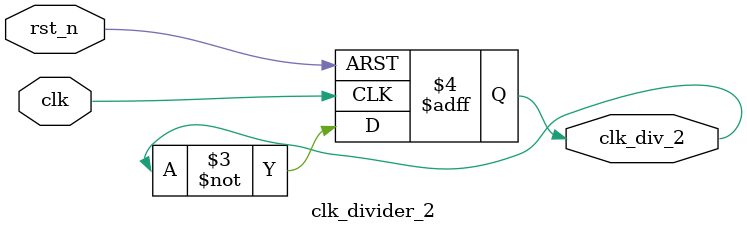
<source format=v>

module clk_divider_2 (
		input clk, rst_n,
		output clk_div_2);

reg clk_div_2;

always @ (posedge clk or negedge rst_n)
begin
	if (!rst_n) clk_div_2 <= 0;
	else clk_div_2 <= ~clk_div_2;
end


endmodule 
</source>
